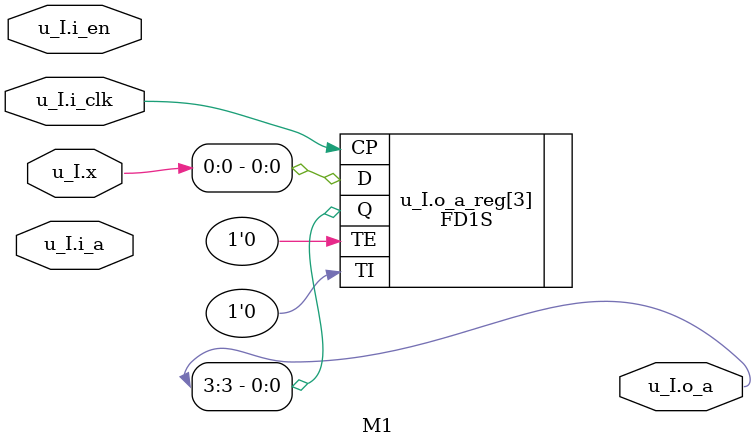
<source format=v>


module M1 ( \u_I.i_clk , \u_I.i_en , \u_I.i_a , \u_I.o_a , \u_I.x  );
  input [3:0] \u_I.i_a ;
  output [3:0] \u_I.o_a ;
  inout [3:0] \u_I.x ;
  input \u_I.i_clk , \u_I.i_en ;

  tri   \u_I.x[0] ;

  FD1S \u_I.o_a_reg[3]  ( .D(\u_I.x [0]), .TI(1'b0), .TE(1'b0), .CP(
        \u_I.i_clk ), .Q(\u_I.o_a [3]) );
endmodule


</source>
